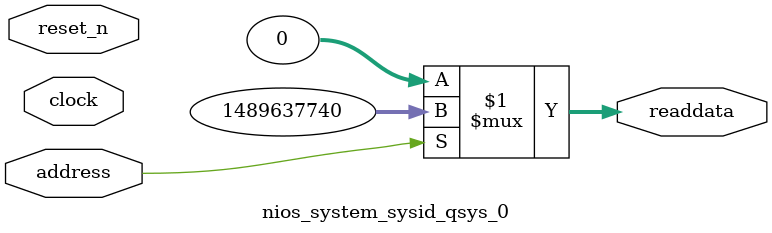
<source format=v>

`timescale 1ns / 1ps
// synthesis translate_on

// turn off superfluous verilog processor warnings 
// altera message_level Level1 
// altera message_off 10034 10035 10036 10037 10230 10240 10030 

module nios_system_sysid_qsys_0 (
               // inputs:
                address,
                clock,
                reset_n,

               // outputs:
                readdata
             )
;

  output  [ 31: 0] readdata;
  input            address;
  input            clock;
  input            reset_n;

  wire    [ 31: 0] readdata;
  //control_slave, which is an e_avalon_slave
  assign readdata = address ? 1489637740 : 0;

endmodule




</source>
